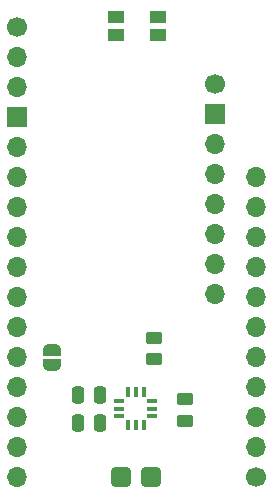
<source format=gbr>
%TF.GenerationSoftware,KiCad,Pcbnew,7.0.5-0*%
%TF.CreationDate,2023-07-31T21:18:35+02:00*%
%TF.ProjectId,wireless-wizard-wand,77697265-6c65-4737-932d-77697a617264,rev?*%
%TF.SameCoordinates,Original*%
%TF.FileFunction,Soldermask,Top*%
%TF.FilePolarity,Negative*%
%FSLAX46Y46*%
G04 Gerber Fmt 4.6, Leading zero omitted, Abs format (unit mm)*
G04 Created by KiCad (PCBNEW 7.0.5-0) date 2023-07-31 21:18:35*
%MOMM*%
%LPD*%
G01*
G04 APERTURE LIST*
G04 Aperture macros list*
%AMRoundRect*
0 Rectangle with rounded corners*
0 $1 Rounding radius*
0 $2 $3 $4 $5 $6 $7 $8 $9 X,Y pos of 4 corners*
0 Add a 4 corners polygon primitive as box body*
4,1,4,$2,$3,$4,$5,$6,$7,$8,$9,$2,$3,0*
0 Add four circle primitives for the rounded corners*
1,1,$1+$1,$2,$3*
1,1,$1+$1,$4,$5*
1,1,$1+$1,$6,$7*
1,1,$1+$1,$8,$9*
0 Add four rect primitives between the rounded corners*
20,1,$1+$1,$2,$3,$4,$5,0*
20,1,$1+$1,$4,$5,$6,$7,0*
20,1,$1+$1,$6,$7,$8,$9,0*
20,1,$1+$1,$8,$9,$2,$3,0*%
%AMFreePoly0*
4,1,25,-0.850000,0.425000,-0.829199,0.556332,-0.768832,0.674809,-0.674809,0.768832,-0.556332,0.829199,-0.425000,0.850000,0.425000,0.850000,0.556332,0.829199,0.674809,0.768832,0.768832,0.674809,0.829199,0.556332,0.850000,0.425000,0.850000,-0.425000,0.829199,-0.556332,0.768832,-0.674809,0.674809,-0.768832,0.556332,-0.829199,0.425000,-0.850000,-0.425000,-0.850000,-0.556332,-0.829199,
-0.674809,-0.768832,-0.768832,-0.674809,-0.829199,-0.556332,-0.850000,-0.425000,-0.850000,0.425000,-0.850000,0.425000,$1*%
%AMFreePoly1*
4,1,19,0.500000,-0.750000,0.000000,-0.750000,0.000000,-0.744911,-0.071157,-0.744911,-0.207708,-0.704816,-0.327430,-0.627875,-0.420627,-0.520320,-0.479746,-0.390866,-0.500000,-0.250000,-0.500000,0.250000,-0.479746,0.390866,-0.420627,0.520320,-0.327430,0.627875,-0.207708,0.704816,-0.071157,0.744911,0.000000,0.744911,0.000000,0.750000,0.500000,0.750000,0.500000,-0.750000,0.500000,-0.750000,
$1*%
%AMFreePoly2*
4,1,19,0.000000,0.744911,0.071157,0.744911,0.207708,0.704816,0.327430,0.627875,0.420627,0.520320,0.479746,0.390866,0.500000,0.250000,0.500000,-0.250000,0.479746,-0.390866,0.420627,-0.520320,0.327430,-0.627875,0.207708,-0.704816,0.071157,-0.744911,0.000000,-0.744911,0.000000,-0.750000,-0.500000,-0.750000,-0.500000,0.750000,0.000000,0.750000,0.000000,0.744911,0.000000,0.744911,
$1*%
G04 Aperture macros list end*
%ADD10RoundRect,0.250000X-0.450000X0.262500X-0.450000X-0.262500X0.450000X-0.262500X0.450000X0.262500X0*%
%ADD11C,1.700000*%
%ADD12O,1.700000X1.700000*%
%ADD13R,1.700000X1.700000*%
%ADD14RoundRect,0.250000X0.250000X0.475000X-0.250000X0.475000X-0.250000X-0.475000X0.250000X-0.475000X0*%
%ADD15R,1.400000X1.050000*%
%ADD16FreePoly0,270.000000*%
%ADD17R,0.950000X0.350000*%
%ADD18R,0.350000X0.950000*%
%ADD19RoundRect,0.250000X0.450000X-0.262500X0.450000X0.262500X-0.450000X0.262500X-0.450000X-0.262500X0*%
%ADD20FreePoly1,90.000000*%
%ADD21FreePoly2,90.000000*%
G04 APERTURE END LIST*
D10*
%TO.C,R1*%
X95000000Y-58425000D03*
X95000000Y-56600000D03*
%TD*%
D11*
%TO.C,J2*%
X103700000Y-68360000D03*
D12*
X103700000Y-65820000D03*
X103700000Y-63280000D03*
X103700000Y-60740000D03*
X103700000Y-58200000D03*
X103700000Y-55660000D03*
X103700000Y-53120000D03*
X103700000Y-50580000D03*
X103700000Y-48040000D03*
X103700000Y-45500000D03*
X103700000Y-42960000D03*
%TD*%
D11*
%TO.C,J4*%
X100200000Y-35100000D03*
D13*
X100200000Y-37640000D03*
D12*
X100200000Y-40180000D03*
X100200000Y-42720000D03*
X100200000Y-45260000D03*
X100200000Y-47800000D03*
X100200000Y-50340000D03*
X100200000Y-52880000D03*
%TD*%
D14*
%TO.C,C1*%
X90500000Y-61400000D03*
X88600000Y-61400000D03*
%TD*%
%TO.C,C2*%
X88600000Y-63800000D03*
X90500000Y-63800000D03*
%TD*%
D15*
%TO.C,S1*%
X95400000Y-30925000D03*
X91800000Y-30925000D03*
X95400000Y-29475000D03*
X91800000Y-29475000D03*
%TD*%
D11*
%TO.C,J1*%
X83400000Y-30260000D03*
D12*
X83400000Y-32800000D03*
X83400000Y-35340000D03*
D13*
X83400000Y-37880000D03*
D12*
X83400000Y-40420000D03*
X83400000Y-42960000D03*
X83400000Y-45500000D03*
X83400000Y-48040000D03*
X83400000Y-50580000D03*
X83400000Y-53120000D03*
X83400000Y-55660000D03*
X83400000Y-58200000D03*
X83400000Y-60740000D03*
X83400000Y-63280000D03*
X83400000Y-65820000D03*
X83400000Y-68360000D03*
%TD*%
D16*
%TO.C,J3*%
X94800000Y-68385000D03*
X92260000Y-68385000D03*
%TD*%
D17*
%TO.C,U2*%
X92100000Y-61950000D03*
X92100000Y-62600000D03*
X92100000Y-63250000D03*
D18*
X92850000Y-64000000D03*
X93500000Y-64000000D03*
X94150000Y-64000000D03*
D17*
X94900000Y-63250000D03*
X94900000Y-62600000D03*
X94900000Y-61950000D03*
D18*
X94150000Y-61200000D03*
X93500000Y-61200000D03*
X92850000Y-61200000D03*
%TD*%
D19*
%TO.C,R2*%
X97700000Y-61800000D03*
X97700000Y-63625000D03*
%TD*%
D20*
%TO.C,JP1*%
X86400000Y-58900000D03*
D21*
X86400000Y-57600000D03*
%TD*%
M02*

</source>
